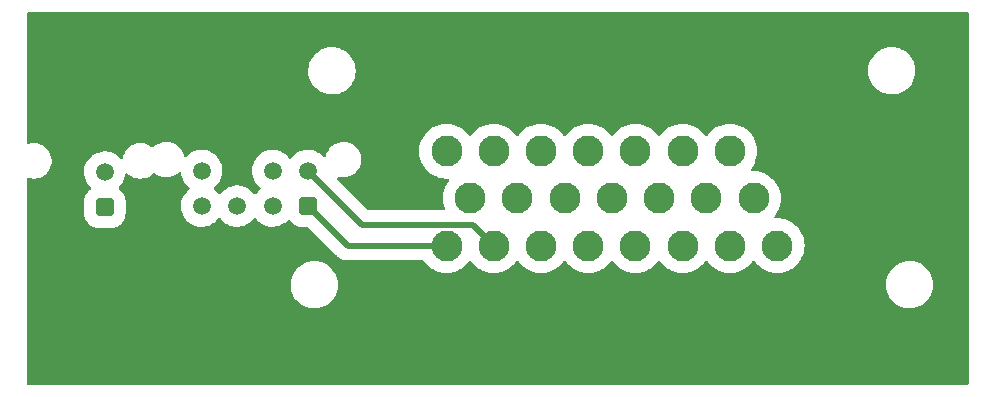
<source format=gbr>
%TF.GenerationSoftware,KiCad,Pcbnew,(6.0.1)*%
%TF.CreationDate,2022-06-01T15:25:36+03:00*%
%TF.ProjectId,Input Connector,496e7075-7420-4436-9f6e-6e6563746f72,rev?*%
%TF.SameCoordinates,Original*%
%TF.FileFunction,Copper,L2,Bot*%
%TF.FilePolarity,Positive*%
%FSLAX46Y46*%
G04 Gerber Fmt 4.6, Leading zero omitted, Abs format (unit mm)*
G04 Created by KiCad (PCBNEW (6.0.1)) date 2022-06-01 15:25:36*
%MOMM*%
%LPD*%
G01*
G04 APERTURE LIST*
G04 Aperture macros list*
%AMRoundRect*
0 Rectangle with rounded corners*
0 $1 Rounding radius*
0 $2 $3 $4 $5 $6 $7 $8 $9 X,Y pos of 4 corners*
0 Add a 4 corners polygon primitive as box body*
4,1,4,$2,$3,$4,$5,$6,$7,$8,$9,$2,$3,0*
0 Add four circle primitives for the rounded corners*
1,1,$1+$1,$2,$3*
1,1,$1+$1,$4,$5*
1,1,$1+$1,$6,$7*
1,1,$1+$1,$8,$9*
0 Add four rect primitives between the rounded corners*
20,1,$1+$1,$2,$3,$4,$5,0*
20,1,$1+$1,$4,$5,$6,$7,0*
20,1,$1+$1,$6,$7,$8,$9,0*
20,1,$1+$1,$8,$9,$2,$3,0*%
G04 Aperture macros list end*
%TA.AperFunction,ComponentPad*%
%ADD10RoundRect,0.250001X0.499999X0.499999X-0.499999X0.499999X-0.499999X-0.499999X0.499999X-0.499999X0*%
%TD*%
%TA.AperFunction,ComponentPad*%
%ADD11C,1.500000*%
%TD*%
%TA.AperFunction,ComponentPad*%
%ADD12R,2.625000X2.625000*%
%TD*%
%TA.AperFunction,ComponentPad*%
%ADD13C,2.625000*%
%TD*%
%TA.AperFunction,Conductor*%
%ADD14C,0.500000*%
%TD*%
G04 APERTURE END LIST*
D10*
%TO.P,J3,1,Pin_1*%
%TO.N,GNDD*%
X94996000Y-84836000D03*
D11*
%TO.P,J3,2,Pin_2*%
%TO.N,VDD*%
X91996000Y-84836000D03*
%TO.P,J3,3,Pin_3*%
%TO.N,GNDD*%
X94996000Y-81836000D03*
%TO.P,J3,4,Pin_4*%
%TO.N,VDD*%
X91996000Y-81836000D03*
%TD*%
D10*
%TO.P,J2,1,Pin_1*%
%TO.N,/Z*%
X112196000Y-84719000D03*
D11*
%TO.P,J2,2,Pin_2*%
%TO.N,/A*%
X109196000Y-84719000D03*
%TO.P,J2,3,Pin_3*%
%TO.N,GNDD*%
X106196000Y-84719000D03*
%TO.P,J2,4,Pin_4*%
%TO.N,/CANH*%
X103196000Y-84719000D03*
%TO.P,J2,5,Pin_5*%
%TO.N,/Y*%
X112196000Y-81719000D03*
%TO.P,J2,6,Pin_6*%
%TO.N,/B*%
X109196000Y-81719000D03*
%TO.P,J2,7,Pin_7*%
%TO.N,VDD*%
X106196000Y-81719000D03*
%TO.P,J2,8,Pin_8*%
%TO.N,/CANL*%
X103196000Y-81719000D03*
%TD*%
D12*
%TO.P,J1,1,1*%
%TO.N,VDD*%
X151922000Y-80074000D03*
D13*
%TO.P,J1,2,2*%
%TO.N,unconnected-(J1-Pad2)*%
X147922000Y-80074000D03*
%TO.P,J1,3,3*%
%TO.N,unconnected-(J1-Pad3)*%
X143922000Y-80074000D03*
%TO.P,J1,4,4*%
%TO.N,unconnected-(J1-Pad4)*%
X139922000Y-80074000D03*
%TO.P,J1,5,5*%
%TO.N,unconnected-(J1-Pad5)*%
X135922000Y-80074000D03*
%TO.P,J1,6,6*%
%TO.N,unconnected-(J1-Pad6)*%
X131922000Y-80074000D03*
%TO.P,J1,7,7*%
%TO.N,/CANH*%
X127922000Y-80074000D03*
%TO.P,J1,8,8*%
%TO.N,/CANL*%
X123922000Y-80074000D03*
%TO.P,J1,9,9*%
%TO.N,unconnected-(J1-Pad9)*%
X149922000Y-84074000D03*
%TO.P,J1,10,10*%
%TO.N,unconnected-(J1-Pad10)*%
X145922000Y-84074000D03*
%TO.P,J1,11,11*%
%TO.N,unconnected-(J1-Pad11)*%
X141922000Y-84074000D03*
%TO.P,J1,12,12*%
%TO.N,unconnected-(J1-Pad12)*%
X137922000Y-84074000D03*
%TO.P,J1,13,13*%
%TO.N,unconnected-(J1-Pad13)*%
X133922000Y-84074000D03*
%TO.P,J1,14,14*%
%TO.N,/A*%
X129922000Y-84074000D03*
%TO.P,J1,15,15*%
%TO.N,/B*%
X125922000Y-84074000D03*
%TO.P,J1,16,16*%
%TO.N,GNDD*%
X151922000Y-88074000D03*
%TO.P,J1,17,17*%
%TO.N,unconnected-(J1-Pad17)*%
X147922000Y-88074000D03*
%TO.P,J1,18,18*%
%TO.N,unconnected-(J1-Pad18)*%
X143922000Y-88074000D03*
%TO.P,J1,19,19*%
%TO.N,unconnected-(J1-Pad19)*%
X139922000Y-88074000D03*
%TO.P,J1,20,20*%
%TO.N,unconnected-(J1-Pad20)*%
X135922000Y-88074000D03*
%TO.P,J1,21,21*%
%TO.N,unconnected-(J1-Pad21)*%
X131922000Y-88074000D03*
%TO.P,J1,22,22*%
%TO.N,/Y*%
X127922000Y-88074000D03*
%TO.P,J1,23,23*%
%TO.N,/Z*%
X123922000Y-88074000D03*
%TD*%
D14*
%TO.N,/Y*%
X127922000Y-88074000D02*
X126159989Y-86311989D01*
X116788989Y-86311989D02*
X112196000Y-81719000D01*
X126159989Y-86311989D02*
X116788989Y-86311989D01*
%TO.N,/Z*%
X123922000Y-88074000D02*
X115551000Y-88074000D01*
X115551000Y-88074000D02*
X112196000Y-84719000D01*
%TD*%
%TA.AperFunction,Conductor*%
%TO.N,VDD*%
G36*
X168106121Y-68330002D02*
G01*
X168152614Y-68383658D01*
X168164000Y-68436000D01*
X168164000Y-99712000D01*
X168143998Y-99780121D01*
X168090342Y-99826614D01*
X168038000Y-99838000D01*
X88502000Y-99838000D01*
X88433879Y-99817998D01*
X88387386Y-99764342D01*
X88376000Y-99712000D01*
X88376000Y-91342497D01*
X110716637Y-91342497D01*
X110716881Y-91346932D01*
X110716881Y-91346936D01*
X110720105Y-91405503D01*
X110732205Y-91625370D01*
X110787474Y-91903226D01*
X110788950Y-91907429D01*
X110810181Y-91967885D01*
X110881342Y-92170524D01*
X110883395Y-92174477D01*
X110883398Y-92174483D01*
X110957360Y-92316865D01*
X111011936Y-92421928D01*
X111014519Y-92425543D01*
X111014523Y-92425549D01*
X111047176Y-92471242D01*
X111176651Y-92652424D01*
X111179729Y-92655651D01*
X111179731Y-92655653D01*
X111222355Y-92700334D01*
X111372199Y-92857412D01*
X111594680Y-93032801D01*
X111704927Y-93096837D01*
X111835807Y-93172859D01*
X111835813Y-93172862D01*
X111839654Y-93175093D01*
X112102232Y-93281448D01*
X112106545Y-93282519D01*
X112106550Y-93282521D01*
X112372856Y-93348672D01*
X112372861Y-93348673D01*
X112377177Y-93349745D01*
X112381605Y-93350199D01*
X112381607Y-93350199D01*
X112457307Y-93357955D01*
X112618790Y-93374500D01*
X112794170Y-93374500D01*
X113004593Y-93359601D01*
X113008948Y-93358663D01*
X113008951Y-93358663D01*
X113277200Y-93300911D01*
X113277202Y-93300911D01*
X113281547Y-93299975D01*
X113547337Y-93201920D01*
X113796660Y-93067393D01*
X114024540Y-92899078D01*
X114226430Y-92700334D01*
X114229131Y-92696794D01*
X114229137Y-92696788D01*
X114395602Y-92478667D01*
X114395605Y-92478663D01*
X114398304Y-92475126D01*
X114536730Y-92227947D01*
X114558946Y-92170524D01*
X114637341Y-91967885D01*
X114637343Y-91967879D01*
X114638948Y-91963730D01*
X114702918Y-91687747D01*
X114727363Y-91405503D01*
X114724140Y-91346936D01*
X114723896Y-91342497D01*
X161116637Y-91342497D01*
X161116881Y-91346932D01*
X161116881Y-91346936D01*
X161120105Y-91405503D01*
X161132205Y-91625370D01*
X161187474Y-91903226D01*
X161188950Y-91907429D01*
X161210181Y-91967885D01*
X161281342Y-92170524D01*
X161283395Y-92174477D01*
X161283398Y-92174483D01*
X161357360Y-92316865D01*
X161411936Y-92421928D01*
X161414519Y-92425543D01*
X161414523Y-92425549D01*
X161447176Y-92471242D01*
X161576651Y-92652424D01*
X161579729Y-92655651D01*
X161579731Y-92655653D01*
X161622355Y-92700334D01*
X161772199Y-92857412D01*
X161994680Y-93032801D01*
X162104927Y-93096837D01*
X162235807Y-93172859D01*
X162235813Y-93172862D01*
X162239654Y-93175093D01*
X162502232Y-93281448D01*
X162506545Y-93282519D01*
X162506550Y-93282521D01*
X162772856Y-93348672D01*
X162772861Y-93348673D01*
X162777177Y-93349745D01*
X162781605Y-93350199D01*
X162781607Y-93350199D01*
X162857307Y-93357955D01*
X163018790Y-93374500D01*
X163194170Y-93374500D01*
X163404593Y-93359601D01*
X163408948Y-93358663D01*
X163408951Y-93358663D01*
X163677200Y-93300911D01*
X163677202Y-93300911D01*
X163681547Y-93299975D01*
X163947337Y-93201920D01*
X164196660Y-93067393D01*
X164424540Y-92899078D01*
X164626430Y-92700334D01*
X164629131Y-92696794D01*
X164629137Y-92696788D01*
X164795602Y-92478667D01*
X164795605Y-92478663D01*
X164798304Y-92475126D01*
X164936730Y-92227947D01*
X164958946Y-92170524D01*
X165037341Y-91967885D01*
X165037343Y-91967879D01*
X165038948Y-91963730D01*
X165102918Y-91687747D01*
X165127363Y-91405503D01*
X165124140Y-91346936D01*
X165112040Y-91127073D01*
X165112039Y-91127066D01*
X165111795Y-91122630D01*
X165056526Y-90844774D01*
X165035279Y-90784270D01*
X164964136Y-90581684D01*
X164964135Y-90581681D01*
X164962658Y-90577476D01*
X164960605Y-90573523D01*
X164960602Y-90573517D01*
X164855991Y-90372133D01*
X164832064Y-90326072D01*
X164829481Y-90322457D01*
X164829477Y-90322451D01*
X164749858Y-90211037D01*
X164667349Y-90095576D01*
X164625028Y-90051212D01*
X164474876Y-89893811D01*
X164474873Y-89893808D01*
X164471801Y-89890588D01*
X164249320Y-89715199D01*
X164139073Y-89651163D01*
X164008193Y-89575141D01*
X164008187Y-89575138D01*
X164004346Y-89572907D01*
X163795180Y-89488186D01*
X163745894Y-89468223D01*
X163745891Y-89468222D01*
X163741768Y-89466552D01*
X163737455Y-89465481D01*
X163737450Y-89465479D01*
X163471144Y-89399328D01*
X163471139Y-89399327D01*
X163466823Y-89398255D01*
X163462395Y-89397801D01*
X163462393Y-89397801D01*
X163367552Y-89388084D01*
X163225210Y-89373500D01*
X163049830Y-89373500D01*
X162839407Y-89388399D01*
X162835052Y-89389337D01*
X162835049Y-89389337D01*
X162566800Y-89447089D01*
X162566798Y-89447089D01*
X162562453Y-89448025D01*
X162296663Y-89546080D01*
X162047340Y-89680607D01*
X161819460Y-89848922D01*
X161617570Y-90047666D01*
X161614869Y-90051206D01*
X161614863Y-90051212D01*
X161578237Y-90099204D01*
X161445696Y-90272874D01*
X161443521Y-90276758D01*
X161379155Y-90391693D01*
X161307270Y-90520053D01*
X161305662Y-90524211D01*
X161305659Y-90524216D01*
X161206659Y-90780115D01*
X161205052Y-90784270D01*
X161141082Y-91060253D01*
X161116637Y-91342497D01*
X114723896Y-91342497D01*
X114712040Y-91127073D01*
X114712039Y-91127066D01*
X114711795Y-91122630D01*
X114656526Y-90844774D01*
X114635279Y-90784270D01*
X114564136Y-90581684D01*
X114564135Y-90581681D01*
X114562658Y-90577476D01*
X114560605Y-90573523D01*
X114560602Y-90573517D01*
X114455991Y-90372133D01*
X114432064Y-90326072D01*
X114429481Y-90322457D01*
X114429477Y-90322451D01*
X114349858Y-90211037D01*
X114267349Y-90095576D01*
X114225028Y-90051212D01*
X114074876Y-89893811D01*
X114074873Y-89893808D01*
X114071801Y-89890588D01*
X113849320Y-89715199D01*
X113739073Y-89651163D01*
X113608193Y-89575141D01*
X113608187Y-89575138D01*
X113604346Y-89572907D01*
X113395180Y-89488186D01*
X113345894Y-89468223D01*
X113345891Y-89468222D01*
X113341768Y-89466552D01*
X113337455Y-89465481D01*
X113337450Y-89465479D01*
X113071144Y-89399328D01*
X113071139Y-89399327D01*
X113066823Y-89398255D01*
X113062395Y-89397801D01*
X113062393Y-89397801D01*
X112967552Y-89388084D01*
X112825210Y-89373500D01*
X112649830Y-89373500D01*
X112439407Y-89388399D01*
X112435052Y-89389337D01*
X112435049Y-89389337D01*
X112166800Y-89447089D01*
X112166798Y-89447089D01*
X112162453Y-89448025D01*
X111896663Y-89546080D01*
X111647340Y-89680607D01*
X111419460Y-89848922D01*
X111217570Y-90047666D01*
X111214869Y-90051206D01*
X111214863Y-90051212D01*
X111178237Y-90099204D01*
X111045696Y-90272874D01*
X111043521Y-90276758D01*
X110979155Y-90391693D01*
X110907270Y-90520053D01*
X110905662Y-90524211D01*
X110905659Y-90524216D01*
X110806659Y-90780115D01*
X110805052Y-90784270D01*
X110741082Y-91060253D01*
X110716637Y-91342497D01*
X88376000Y-91342497D01*
X88376000Y-82446972D01*
X88396002Y-82378851D01*
X88449658Y-82332358D01*
X88519932Y-82322254D01*
X88535672Y-82325555D01*
X88663668Y-82361051D01*
X88713871Y-82374974D01*
X88719008Y-82375523D01*
X88911957Y-82396144D01*
X88911965Y-82396144D01*
X88915292Y-82396500D01*
X89058554Y-82396500D01*
X89061127Y-82396288D01*
X89061138Y-82396288D01*
X89236760Y-82381849D01*
X89236766Y-82381848D01*
X89241911Y-82381425D01*
X89481217Y-82321316D01*
X89707493Y-82222928D01*
X89914661Y-82088905D01*
X89922893Y-82081415D01*
X90035857Y-81978625D01*
X90097158Y-81922846D01*
X90100357Y-81918795D01*
X90100361Y-81918791D01*
X90202035Y-81790049D01*
X93241194Y-81790049D01*
X93241418Y-81794715D01*
X93241418Y-81794720D01*
X93243315Y-81834214D01*
X93253677Y-82049930D01*
X93304435Y-82305112D01*
X93392355Y-82549989D01*
X93515504Y-82779180D01*
X93518299Y-82782923D01*
X93518301Y-82782926D01*
X93668385Y-82983913D01*
X93668390Y-82983919D01*
X93671177Y-82987651D01*
X93674486Y-82990931D01*
X93674491Y-82990937D01*
X93734612Y-83050535D01*
X93789343Y-83104790D01*
X93800081Y-83115435D01*
X93834377Y-83177598D01*
X93829622Y-83248435D01*
X93783285Y-83308383D01*
X93711899Y-83357998D01*
X93690626Y-83372783D01*
X93532783Y-83530626D01*
X93529582Y-83535232D01*
X93529580Y-83535234D01*
X93415322Y-83699629D01*
X93405386Y-83713925D01*
X93312463Y-83916888D01*
X93256949Y-84133099D01*
X93251733Y-84197233D01*
X93245708Y-84271311D01*
X93245500Y-84273863D01*
X93245501Y-85398136D01*
X93256949Y-85538901D01*
X93258283Y-85544097D01*
X93258284Y-85544102D01*
X93277633Y-85619460D01*
X93312463Y-85755112D01*
X93314799Y-85760215D01*
X93314800Y-85760217D01*
X93321364Y-85774553D01*
X93405386Y-85958075D01*
X93408586Y-85962679D01*
X93408587Y-85962681D01*
X93448263Y-86019766D01*
X93532783Y-86141374D01*
X93690626Y-86299217D01*
X93695232Y-86302418D01*
X93695234Y-86302420D01*
X93857885Y-86415466D01*
X93873925Y-86426614D01*
X93975982Y-86473339D01*
X94071783Y-86517200D01*
X94071785Y-86517201D01*
X94076888Y-86519537D01*
X94293099Y-86575051D01*
X94357233Y-86580267D01*
X94431312Y-86586293D01*
X94431324Y-86586293D01*
X94433863Y-86586500D01*
X94995780Y-86586500D01*
X95558136Y-86586499D01*
X95698901Y-86575051D01*
X95704097Y-86573717D01*
X95704102Y-86573716D01*
X95909671Y-86520934D01*
X95915112Y-86519537D01*
X95920215Y-86517201D01*
X95920217Y-86517200D01*
X96016018Y-86473339D01*
X96118075Y-86426614D01*
X96134115Y-86415466D01*
X96296766Y-86302420D01*
X96296768Y-86302418D01*
X96301374Y-86299217D01*
X96459217Y-86141374D01*
X96543738Y-86019766D01*
X96583413Y-85962681D01*
X96583414Y-85962679D01*
X96586614Y-85958075D01*
X96670636Y-85774553D01*
X96677200Y-85760217D01*
X96677201Y-85760215D01*
X96679537Y-85755112D01*
X96735051Y-85538901D01*
X96743330Y-85437113D01*
X96746293Y-85400688D01*
X96746293Y-85400676D01*
X96746500Y-85398137D01*
X96746499Y-84273864D01*
X96735051Y-84133099D01*
X96679537Y-83916888D01*
X96586614Y-83713925D01*
X96576678Y-83699629D01*
X96462420Y-83535234D01*
X96462418Y-83535232D01*
X96459217Y-83530626D01*
X96301374Y-83372783D01*
X96280102Y-83357998D01*
X96210204Y-83309418D01*
X96165682Y-83254116D01*
X96158127Y-83183522D01*
X96189936Y-83120050D01*
X96200702Y-83109786D01*
X96219964Y-83093479D01*
X96226382Y-83088046D01*
X96397931Y-82892431D01*
X96411941Y-82870651D01*
X96536155Y-82677538D01*
X96538683Y-82673608D01*
X96645544Y-82436385D01*
X96658072Y-82391963D01*
X96714898Y-82190476D01*
X96714899Y-82190473D01*
X96716168Y-82185972D01*
X96728516Y-82088905D01*
X96734270Y-82043677D01*
X96762709Y-81978625D01*
X96821803Y-81939275D01*
X96892790Y-81938121D01*
X96946314Y-81968484D01*
X96956926Y-81978625D01*
X97048468Y-82066104D01*
X97052740Y-82069018D01*
X97052741Y-82069019D01*
X97080785Y-82088149D01*
X97252300Y-82205149D01*
X97322542Y-82237754D01*
X97471409Y-82306856D01*
X97471413Y-82306857D01*
X97476104Y-82309035D01*
X97713871Y-82374974D01*
X97719008Y-82375523D01*
X97911957Y-82396144D01*
X97911965Y-82396144D01*
X97915292Y-82396500D01*
X98058554Y-82396500D01*
X98061127Y-82396288D01*
X98061138Y-82396288D01*
X98236760Y-82381849D01*
X98236766Y-82381848D01*
X98241911Y-82381425D01*
X98481217Y-82321316D01*
X98707493Y-82222928D01*
X98914661Y-82088905D01*
X98922893Y-82081415D01*
X99073687Y-81944203D01*
X99137533Y-81913151D01*
X99208031Y-81921547D01*
X99240265Y-81942824D01*
X99240709Y-81942276D01*
X99244731Y-81945533D01*
X99248468Y-81949104D01*
X99252740Y-81952018D01*
X99252741Y-81952019D01*
X99276878Y-81968484D01*
X99452300Y-82088149D01*
X99564202Y-82140092D01*
X99671409Y-82189856D01*
X99671413Y-82189857D01*
X99676104Y-82192035D01*
X99913871Y-82257974D01*
X99919008Y-82258523D01*
X100111957Y-82279144D01*
X100111965Y-82279144D01*
X100115292Y-82279500D01*
X100258554Y-82279500D01*
X100261127Y-82279288D01*
X100261138Y-82279288D01*
X100436760Y-82264849D01*
X100436766Y-82264848D01*
X100441911Y-82264425D01*
X100681217Y-82204316D01*
X100907493Y-82105928D01*
X101114661Y-81971905D01*
X101118488Y-81968423D01*
X101244053Y-81854168D01*
X101307899Y-81823116D01*
X101378397Y-81831512D01*
X101433165Y-81876689D01*
X101453592Y-81931151D01*
X101453677Y-81932930D01*
X101454589Y-81937513D01*
X101454589Y-81937516D01*
X101480262Y-82066585D01*
X101504435Y-82188112D01*
X101592355Y-82432989D01*
X101715504Y-82662180D01*
X101718299Y-82665923D01*
X101718301Y-82665926D01*
X101868385Y-82866913D01*
X101868390Y-82866919D01*
X101871177Y-82870651D01*
X101874486Y-82873931D01*
X101874491Y-82873937D01*
X102013859Y-83012094D01*
X102055954Y-83053823D01*
X102059716Y-83056581D01*
X102059719Y-83056584D01*
X102139413Y-83115018D01*
X102182521Y-83171429D01*
X102188288Y-83242191D01*
X102154882Y-83304838D01*
X102133993Y-83322002D01*
X102127375Y-83326341D01*
X102078930Y-83369580D01*
X101957325Y-83478117D01*
X101933265Y-83499591D01*
X101766895Y-83699629D01*
X101631920Y-83922061D01*
X101630111Y-83926375D01*
X101630110Y-83926377D01*
X101541180Y-84138452D01*
X101531305Y-84162001D01*
X101467261Y-84414177D01*
X101441194Y-84673049D01*
X101453677Y-84932930D01*
X101504435Y-85188112D01*
X101592355Y-85432989D01*
X101715504Y-85662180D01*
X101718299Y-85665923D01*
X101718301Y-85665926D01*
X101868385Y-85866913D01*
X101868390Y-85866919D01*
X101871177Y-85870651D01*
X101874486Y-85873931D01*
X101874491Y-85873937D01*
X102052637Y-86050535D01*
X102055954Y-86053823D01*
X102059716Y-86056581D01*
X102059719Y-86056584D01*
X102175694Y-86141620D01*
X102265775Y-86207670D01*
X102269910Y-86209846D01*
X102269914Y-86209848D01*
X102395774Y-86276066D01*
X102496033Y-86328815D01*
X102620077Y-86372133D01*
X102712121Y-86404276D01*
X102741667Y-86414594D01*
X102746260Y-86415466D01*
X102992693Y-86462253D01*
X102992696Y-86462253D01*
X102997282Y-86463124D01*
X103127272Y-86468231D01*
X103252595Y-86473156D01*
X103252601Y-86473156D01*
X103257263Y-86473339D01*
X103358489Y-86462253D01*
X103511245Y-86445524D01*
X103511250Y-86445523D01*
X103515898Y-86445014D01*
X103520422Y-86443823D01*
X103762982Y-86379962D01*
X103762984Y-86379961D01*
X103767505Y-86378771D01*
X103771802Y-86376925D01*
X104002263Y-86277911D01*
X104002265Y-86277910D01*
X104006557Y-86276066D01*
X104134180Y-86197091D01*
X104223820Y-86141620D01*
X104223822Y-86141618D01*
X104227803Y-86139155D01*
X104310817Y-86068879D01*
X104422809Y-85974071D01*
X104422811Y-85974069D01*
X104426382Y-85971046D01*
X104597931Y-85775431D01*
X104598805Y-85774072D01*
X104655128Y-85732187D01*
X104725960Y-85727346D01*
X104788164Y-85761568D01*
X104799745Y-85774992D01*
X104868385Y-85866913D01*
X104868390Y-85866919D01*
X104871177Y-85870651D01*
X104874486Y-85873931D01*
X104874491Y-85873937D01*
X105052637Y-86050535D01*
X105055954Y-86053823D01*
X105059716Y-86056581D01*
X105059719Y-86056584D01*
X105175694Y-86141620D01*
X105265775Y-86207670D01*
X105269910Y-86209846D01*
X105269914Y-86209848D01*
X105395774Y-86276066D01*
X105496033Y-86328815D01*
X105620077Y-86372133D01*
X105712121Y-86404276D01*
X105741667Y-86414594D01*
X105746260Y-86415466D01*
X105992693Y-86462253D01*
X105992696Y-86462253D01*
X105997282Y-86463124D01*
X106127272Y-86468231D01*
X106252595Y-86473156D01*
X106252601Y-86473156D01*
X106257263Y-86473339D01*
X106358489Y-86462253D01*
X106511245Y-86445524D01*
X106511250Y-86445523D01*
X106515898Y-86445014D01*
X106520422Y-86443823D01*
X106762982Y-86379962D01*
X106762984Y-86379961D01*
X106767505Y-86378771D01*
X106771802Y-86376925D01*
X107002263Y-86277911D01*
X107002265Y-86277910D01*
X107006557Y-86276066D01*
X107134180Y-86197091D01*
X107223820Y-86141620D01*
X107223822Y-86141618D01*
X107227803Y-86139155D01*
X107310817Y-86068879D01*
X107422809Y-85974071D01*
X107422811Y-85974069D01*
X107426382Y-85971046D01*
X107597931Y-85775431D01*
X107598805Y-85774072D01*
X107655128Y-85732187D01*
X107725960Y-85727346D01*
X107788164Y-85761568D01*
X107799745Y-85774992D01*
X107868385Y-85866913D01*
X107868390Y-85866919D01*
X107871177Y-85870651D01*
X107874486Y-85873931D01*
X107874491Y-85873937D01*
X108052637Y-86050535D01*
X108055954Y-86053823D01*
X108059716Y-86056581D01*
X108059719Y-86056584D01*
X108175694Y-86141620D01*
X108265775Y-86207670D01*
X108269910Y-86209846D01*
X108269914Y-86209848D01*
X108395774Y-86276066D01*
X108496033Y-86328815D01*
X108620077Y-86372133D01*
X108712121Y-86404276D01*
X108741667Y-86414594D01*
X108746260Y-86415466D01*
X108992693Y-86462253D01*
X108992696Y-86462253D01*
X108997282Y-86463124D01*
X109127272Y-86468231D01*
X109252595Y-86473156D01*
X109252601Y-86473156D01*
X109257263Y-86473339D01*
X109358489Y-86462253D01*
X109511245Y-86445524D01*
X109511250Y-86445523D01*
X109515898Y-86445014D01*
X109520422Y-86443823D01*
X109762982Y-86379962D01*
X109762984Y-86379961D01*
X109767505Y-86378771D01*
X109771802Y-86376925D01*
X110002263Y-86277911D01*
X110002265Y-86277910D01*
X110006557Y-86276066D01*
X110134180Y-86197091D01*
X110223820Y-86141620D01*
X110223822Y-86141618D01*
X110227803Y-86139155D01*
X110310817Y-86068879D01*
X110422809Y-85974071D01*
X110422811Y-85974069D01*
X110426382Y-85971046D01*
X110470399Y-85920854D01*
X110530352Y-85882826D01*
X110601348Y-85883248D01*
X110660845Y-85921986D01*
X110668592Y-85932015D01*
X110732783Y-86024374D01*
X110890626Y-86182217D01*
X110895232Y-86185418D01*
X110895234Y-86185420D01*
X111063574Y-86302420D01*
X111073925Y-86309614D01*
X111200981Y-86367784D01*
X111271783Y-86400200D01*
X111271785Y-86400201D01*
X111276888Y-86402537D01*
X111493099Y-86458051D01*
X111555471Y-86463124D01*
X111631312Y-86469293D01*
X111631324Y-86469293D01*
X111633863Y-86469500D01*
X112125836Y-86469500D01*
X112193957Y-86489502D01*
X112214931Y-86506405D01*
X114602510Y-88893984D01*
X114613377Y-88906374D01*
X114626790Y-88923854D01*
X114663361Y-88957131D01*
X114686676Y-88978346D01*
X114690971Y-88982445D01*
X114706807Y-88998281D01*
X114708960Y-89000081D01*
X114708962Y-89000083D01*
X114726702Y-89014916D01*
X114730669Y-89018376D01*
X114791893Y-89074086D01*
X114806948Y-89083530D01*
X114820806Y-89093599D01*
X114834438Y-89104997D01*
X114839314Y-89107778D01*
X114906337Y-89146008D01*
X114910843Y-89148704D01*
X114980990Y-89192707D01*
X114997479Y-89199335D01*
X115012909Y-89206795D01*
X115028337Y-89215595D01*
X115077433Y-89232981D01*
X115106366Y-89243227D01*
X115111302Y-89245092D01*
X115188105Y-89275966D01*
X115193599Y-89277104D01*
X115193603Y-89277105D01*
X115205497Y-89279568D01*
X115222008Y-89284178D01*
X115233467Y-89288236D01*
X115233470Y-89288237D01*
X115238757Y-89290109D01*
X115279000Y-89296699D01*
X115320464Y-89303489D01*
X115325654Y-89304451D01*
X115402169Y-89320297D01*
X115402173Y-89320297D01*
X115406690Y-89321233D01*
X115411299Y-89321499D01*
X115411301Y-89321499D01*
X115434253Y-89322822D01*
X115447366Y-89324270D01*
X115459046Y-89326183D01*
X115464664Y-89326095D01*
X115464667Y-89326095D01*
X115565168Y-89324516D01*
X115567147Y-89324500D01*
X121908388Y-89324500D01*
X121976509Y-89344502D01*
X122013152Y-89380497D01*
X122083036Y-89485086D01*
X122085750Y-89488180D01*
X122085754Y-89488186D01*
X122160053Y-89572907D01*
X122282953Y-89713047D01*
X122286042Y-89715756D01*
X122507814Y-89910246D01*
X122507820Y-89910250D01*
X122510914Y-89912964D01*
X122514340Y-89915253D01*
X122514345Y-89915257D01*
X122704755Y-90042485D01*
X122763018Y-90081415D01*
X122766717Y-90083239D01*
X122766722Y-90083242D01*
X122906366Y-90152106D01*
X123034954Y-90215519D01*
X123038859Y-90216844D01*
X123038860Y-90216845D01*
X123318154Y-90311652D01*
X123318158Y-90311653D01*
X123322067Y-90312980D01*
X123326111Y-90313784D01*
X123326117Y-90313786D01*
X123615406Y-90371330D01*
X123615412Y-90371331D01*
X123619445Y-90372133D01*
X123623550Y-90372402D01*
X123623557Y-90372403D01*
X123917880Y-90391693D01*
X123922000Y-90391963D01*
X123926120Y-90391693D01*
X124220443Y-90372403D01*
X124220450Y-90372402D01*
X124224555Y-90372133D01*
X124228588Y-90371331D01*
X124228594Y-90371330D01*
X124517883Y-90313786D01*
X124517889Y-90313784D01*
X124521933Y-90312980D01*
X124525842Y-90311653D01*
X124525846Y-90311652D01*
X124805140Y-90216845D01*
X124805141Y-90216844D01*
X124809046Y-90215519D01*
X124937634Y-90152106D01*
X125077278Y-90083242D01*
X125077283Y-90083239D01*
X125080982Y-90081415D01*
X125139245Y-90042485D01*
X125329655Y-89915257D01*
X125329660Y-89915253D01*
X125333086Y-89912964D01*
X125336180Y-89910250D01*
X125336186Y-89910246D01*
X125557958Y-89715756D01*
X125561047Y-89713047D01*
X125683947Y-89572907D01*
X125758246Y-89488186D01*
X125758250Y-89488180D01*
X125760964Y-89485086D01*
X125817235Y-89400870D01*
X125871711Y-89355343D01*
X125942155Y-89346494D01*
X126006199Y-89377135D01*
X126026764Y-89400869D01*
X126083036Y-89485086D01*
X126085750Y-89488180D01*
X126085754Y-89488186D01*
X126160053Y-89572907D01*
X126282953Y-89713047D01*
X126286042Y-89715756D01*
X126507814Y-89910246D01*
X126507820Y-89910250D01*
X126510914Y-89912964D01*
X126514340Y-89915253D01*
X126514345Y-89915257D01*
X126704755Y-90042485D01*
X126763018Y-90081415D01*
X126766717Y-90083239D01*
X126766722Y-90083242D01*
X126906366Y-90152106D01*
X127034954Y-90215519D01*
X127038859Y-90216844D01*
X127038860Y-90216845D01*
X127318154Y-90311652D01*
X127318158Y-90311653D01*
X127322067Y-90312980D01*
X127326111Y-90313784D01*
X127326117Y-90313786D01*
X127615406Y-90371330D01*
X127615412Y-90371331D01*
X127619445Y-90372133D01*
X127623550Y-90372402D01*
X127623557Y-90372403D01*
X127917880Y-90391693D01*
X127922000Y-90391963D01*
X127926120Y-90391693D01*
X128220443Y-90372403D01*
X128220450Y-90372402D01*
X128224555Y-90372133D01*
X128228588Y-90371331D01*
X128228594Y-90371330D01*
X128517883Y-90313786D01*
X128517889Y-90313784D01*
X128521933Y-90312980D01*
X128525842Y-90311653D01*
X128525846Y-90311652D01*
X128805140Y-90216845D01*
X128805141Y-90216844D01*
X128809046Y-90215519D01*
X128937634Y-90152106D01*
X129077278Y-90083242D01*
X129077283Y-90083239D01*
X129080982Y-90081415D01*
X129139245Y-90042485D01*
X129329655Y-89915257D01*
X129329660Y-89915253D01*
X129333086Y-89912964D01*
X129336180Y-89910250D01*
X129336186Y-89910246D01*
X129557958Y-89715756D01*
X129561047Y-89713047D01*
X129683947Y-89572907D01*
X129758246Y-89488186D01*
X129758250Y-89488180D01*
X129760964Y-89485086D01*
X129817235Y-89400870D01*
X129871711Y-89355343D01*
X129942155Y-89346494D01*
X130006199Y-89377135D01*
X130026764Y-89400869D01*
X130083036Y-89485086D01*
X130085750Y-89488180D01*
X130085754Y-89488186D01*
X130160053Y-89572907D01*
X130282953Y-89713047D01*
X130286042Y-89715756D01*
X130507814Y-89910246D01*
X130507820Y-89910250D01*
X130510914Y-89912964D01*
X130514340Y-89915253D01*
X130514345Y-89915257D01*
X130704755Y-90042485D01*
X130763018Y-90081415D01*
X130766717Y-90083239D01*
X130766722Y-90083242D01*
X130906366Y-90152106D01*
X131034954Y-90215519D01*
X131038859Y-90216844D01*
X131038860Y-90216845D01*
X131318154Y-90311652D01*
X131318158Y-90311653D01*
X131322067Y-90312980D01*
X131326111Y-90313784D01*
X131326117Y-90313786D01*
X131615406Y-90371330D01*
X131615412Y-90371331D01*
X131619445Y-90372133D01*
X131623550Y-90372402D01*
X131623557Y-90372403D01*
X131917880Y-90391693D01*
X131922000Y-90391963D01*
X131926120Y-90391693D01*
X132220443Y-90372403D01*
X132220450Y-90372402D01*
X132224555Y-90372133D01*
X132228588Y-90371331D01*
X132228594Y-90371330D01*
X132517883Y-90313786D01*
X132517889Y-90313784D01*
X132521933Y-90312980D01*
X132525842Y-90311653D01*
X132525846Y-90311652D01*
X132805140Y-90216845D01*
X132805141Y-90216844D01*
X132809046Y-90215519D01*
X132937634Y-90152106D01*
X133077278Y-90083242D01*
X133077283Y-90083239D01*
X133080982Y-90081415D01*
X133139245Y-90042485D01*
X133329655Y-89915257D01*
X133329660Y-89915253D01*
X133333086Y-89912964D01*
X133336180Y-89910250D01*
X133336186Y-89910246D01*
X133557958Y-89715756D01*
X133561047Y-89713047D01*
X133683947Y-89572907D01*
X133758246Y-89488186D01*
X133758250Y-89488180D01*
X133760964Y-89485086D01*
X133817235Y-89400870D01*
X133871711Y-89355343D01*
X133942155Y-89346494D01*
X134006199Y-89377135D01*
X134026764Y-89400869D01*
X134083036Y-89485086D01*
X134085750Y-89488180D01*
X134085754Y-89488186D01*
X134160053Y-89572907D01*
X134282953Y-89713047D01*
X134286042Y-89715756D01*
X134507814Y-89910246D01*
X134507820Y-89910250D01*
X134510914Y-89912964D01*
X134514340Y-89915253D01*
X134514345Y-89915257D01*
X134704755Y-90042485D01*
X134763018Y-90081415D01*
X134766717Y-90083239D01*
X134766722Y-90083242D01*
X134906366Y-90152106D01*
X135034954Y-90215519D01*
X135038859Y-90216844D01*
X135038860Y-90216845D01*
X135318154Y-90311652D01*
X135318158Y-90311653D01*
X135322067Y-90312980D01*
X135326111Y-90313784D01*
X135326117Y-90313786D01*
X135615406Y-90371330D01*
X135615412Y-90371331D01*
X135619445Y-90372133D01*
X135623550Y-90372402D01*
X135623557Y-90372403D01*
X135917880Y-90391693D01*
X135922000Y-90391963D01*
X135926120Y-90391693D01*
X136220443Y-90372403D01*
X136220450Y-90372402D01*
X136224555Y-90372133D01*
X136228588Y-90371331D01*
X136228594Y-90371330D01*
X136517883Y-90313786D01*
X136517889Y-90313784D01*
X136521933Y-90312980D01*
X136525842Y-90311653D01*
X136525846Y-90311652D01*
X136805140Y-90216845D01*
X136805141Y-90216844D01*
X136809046Y-90215519D01*
X136937634Y-90152106D01*
X137077278Y-90083242D01*
X137077283Y-90083239D01*
X137080982Y-90081415D01*
X137139245Y-90042485D01*
X137329655Y-89915257D01*
X137329660Y-89915253D01*
X137333086Y-89912964D01*
X137336180Y-89910250D01*
X137336186Y-89910246D01*
X137557958Y-89715756D01*
X137561047Y-89713047D01*
X137683947Y-89572907D01*
X137758246Y-89488186D01*
X137758250Y-89488180D01*
X137760964Y-89485086D01*
X137817235Y-89400870D01*
X137871711Y-89355343D01*
X137942155Y-89346494D01*
X138006199Y-89377135D01*
X138026764Y-89400869D01*
X138083036Y-89485086D01*
X138085750Y-89488180D01*
X138085754Y-89488186D01*
X138160053Y-89572907D01*
X138282953Y-89713047D01*
X138286042Y-89715756D01*
X138507814Y-89910246D01*
X138507820Y-89910250D01*
X138510914Y-89912964D01*
X138514340Y-89915253D01*
X138514345Y-89915257D01*
X138704755Y-90042485D01*
X138763018Y-90081415D01*
X138766717Y-90083239D01*
X138766722Y-90083242D01*
X138906366Y-90152106D01*
X139034954Y-90215519D01*
X139038859Y-90216844D01*
X139038860Y-90216845D01*
X139318154Y-90311652D01*
X139318158Y-90311653D01*
X139322067Y-90312980D01*
X139326111Y-90313784D01*
X139326117Y-90313786D01*
X139615406Y-90371330D01*
X139615412Y-90371331D01*
X139619445Y-90372133D01*
X139623550Y-90372402D01*
X139623557Y-90372403D01*
X139917880Y-90391693D01*
X139922000Y-90391963D01*
X139926120Y-90391693D01*
X140220443Y-90372403D01*
X140220450Y-90372402D01*
X140224555Y-90372133D01*
X140228588Y-90371331D01*
X140228594Y-90371330D01*
X140517883Y-90313786D01*
X140517889Y-90313784D01*
X140521933Y-90312980D01*
X140525842Y-90311653D01*
X140525846Y-90311652D01*
X140805140Y-90216845D01*
X140805141Y-90216844D01*
X140809046Y-90215519D01*
X140937634Y-90152106D01*
X141077278Y-90083242D01*
X141077283Y-90083239D01*
X141080982Y-90081415D01*
X141139245Y-90042485D01*
X141329655Y-89915257D01*
X141329660Y-89915253D01*
X141333086Y-89912964D01*
X141336180Y-89910250D01*
X141336186Y-89910246D01*
X141557958Y-89715756D01*
X141561047Y-89713047D01*
X141683947Y-89572907D01*
X141758246Y-89488186D01*
X141758250Y-89488180D01*
X141760964Y-89485086D01*
X141817235Y-89400870D01*
X141871711Y-89355343D01*
X141942155Y-89346494D01*
X142006199Y-89377135D01*
X142026764Y-89400869D01*
X142083036Y-89485086D01*
X142085750Y-89488180D01*
X142085754Y-89488186D01*
X142160053Y-89572907D01*
X142282953Y-89713047D01*
X142286042Y-89715756D01*
X142507814Y-89910246D01*
X142507820Y-89910250D01*
X142510914Y-89912964D01*
X142514340Y-89915253D01*
X142514345Y-89915257D01*
X142704755Y-90042485D01*
X142763018Y-90081415D01*
X142766717Y-90083239D01*
X142766722Y-90083242D01*
X142906366Y-90152106D01*
X143034954Y-90215519D01*
X143038859Y-90216844D01*
X143038860Y-90216845D01*
X143318154Y-90311652D01*
X143318158Y-90311653D01*
X143322067Y-90312980D01*
X143326111Y-90313784D01*
X143326117Y-90313786D01*
X143615406Y-90371330D01*
X143615412Y-90371331D01*
X143619445Y-90372133D01*
X143623550Y-90372402D01*
X143623557Y-90372403D01*
X143917880Y-90391693D01*
X143922000Y-90391963D01*
X143926120Y-90391693D01*
X144220443Y-90372403D01*
X144220450Y-90372402D01*
X144224555Y-90372133D01*
X144228588Y-90371331D01*
X144228594Y-90371330D01*
X144517883Y-90313786D01*
X144517889Y-90313784D01*
X144521933Y-90312980D01*
X144525842Y-90311653D01*
X144525846Y-90311652D01*
X144805140Y-90216845D01*
X144805141Y-90216844D01*
X144809046Y-90215519D01*
X144937634Y-90152106D01*
X145077278Y-90083242D01*
X145077283Y-90083239D01*
X145080982Y-90081415D01*
X145139245Y-90042485D01*
X145329655Y-89915257D01*
X145329660Y-89915253D01*
X145333086Y-89912964D01*
X145336180Y-89910250D01*
X145336186Y-89910246D01*
X145557958Y-89715756D01*
X145561047Y-89713047D01*
X145683947Y-89572907D01*
X145758246Y-89488186D01*
X145758250Y-89488180D01*
X145760964Y-89485086D01*
X145817235Y-89400870D01*
X145871711Y-89355343D01*
X145942155Y-89346494D01*
X146006199Y-89377135D01*
X146026764Y-89400869D01*
X146083036Y-89485086D01*
X146085750Y-89488180D01*
X146085754Y-89488186D01*
X146160053Y-89572907D01*
X146282953Y-89713047D01*
X146286042Y-89715756D01*
X146507814Y-89910246D01*
X146507820Y-89910250D01*
X146510914Y-89912964D01*
X146514340Y-89915253D01*
X146514345Y-89915257D01*
X146704755Y-90042485D01*
X146763018Y-90081415D01*
X146766717Y-90083239D01*
X146766722Y-90083242D01*
X146906366Y-90152106D01*
X147034954Y-90215519D01*
X147038859Y-90216844D01*
X147038860Y-90216845D01*
X147318154Y-90311652D01*
X147318158Y-90311653D01*
X147322067Y-90312980D01*
X147326111Y-90313784D01*
X147326117Y-90313786D01*
X147615406Y-90371330D01*
X147615412Y-90371331D01*
X147619445Y-90372133D01*
X147623550Y-90372402D01*
X147623557Y-90372403D01*
X147917880Y-90391693D01*
X147922000Y-90391963D01*
X147926120Y-90391693D01*
X148220443Y-90372403D01*
X148220450Y-90372402D01*
X148224555Y-90372133D01*
X148228588Y-90371331D01*
X148228594Y-90371330D01*
X148517883Y-90313786D01*
X148517889Y-90313784D01*
X148521933Y-90312980D01*
X148525842Y-90311653D01*
X148525846Y-90311652D01*
X148805140Y-90216845D01*
X148805141Y-90216844D01*
X148809046Y-90215519D01*
X148937634Y-90152106D01*
X149077278Y-90083242D01*
X149077283Y-90083239D01*
X149080982Y-90081415D01*
X149139245Y-90042485D01*
X149329655Y-89915257D01*
X149329660Y-89915253D01*
X149333086Y-89912964D01*
X149336180Y-89910250D01*
X149336186Y-89910246D01*
X149557958Y-89715756D01*
X149561047Y-89713047D01*
X149683947Y-89572907D01*
X149758246Y-89488186D01*
X149758250Y-89488180D01*
X149760964Y-89485086D01*
X149817235Y-89400870D01*
X149871711Y-89355343D01*
X149942155Y-89346494D01*
X150006199Y-89377135D01*
X150026764Y-89400869D01*
X150083036Y-89485086D01*
X150085750Y-89488180D01*
X150085754Y-89488186D01*
X150160053Y-89572907D01*
X150282953Y-89713047D01*
X150286042Y-89715756D01*
X150507814Y-89910246D01*
X150507820Y-89910250D01*
X150510914Y-89912964D01*
X150514340Y-89915253D01*
X150514345Y-89915257D01*
X150704755Y-90042485D01*
X150763018Y-90081415D01*
X150766717Y-90083239D01*
X150766722Y-90083242D01*
X150906366Y-90152106D01*
X151034954Y-90215519D01*
X151038859Y-90216844D01*
X151038860Y-90216845D01*
X151318154Y-90311652D01*
X151318158Y-90311653D01*
X151322067Y-90312980D01*
X151326111Y-90313784D01*
X151326117Y-90313786D01*
X151615406Y-90371330D01*
X151615412Y-90371331D01*
X151619445Y-90372133D01*
X151623550Y-90372402D01*
X151623557Y-90372403D01*
X151917880Y-90391693D01*
X151922000Y-90391963D01*
X151926120Y-90391693D01*
X152220443Y-90372403D01*
X152220450Y-90372402D01*
X152224555Y-90372133D01*
X152228588Y-90371331D01*
X152228594Y-90371330D01*
X152517883Y-90313786D01*
X152517889Y-90313784D01*
X152521933Y-90312980D01*
X152525842Y-90311653D01*
X152525846Y-90311652D01*
X152805140Y-90216845D01*
X152805141Y-90216844D01*
X152809046Y-90215519D01*
X152937634Y-90152106D01*
X153077278Y-90083242D01*
X153077283Y-90083239D01*
X153080982Y-90081415D01*
X153139245Y-90042485D01*
X153329655Y-89915257D01*
X153329660Y-89915253D01*
X153333086Y-89912964D01*
X153336180Y-89910250D01*
X153336186Y-89910246D01*
X153557958Y-89715756D01*
X153561047Y-89713047D01*
X153683947Y-89572907D01*
X153758246Y-89488186D01*
X153758250Y-89488180D01*
X153760964Y-89485086D01*
X153772232Y-89468223D01*
X153927120Y-89236416D01*
X153927121Y-89236414D01*
X153929415Y-89232981D01*
X153971661Y-89147315D01*
X154061693Y-88964750D01*
X154061696Y-88964742D01*
X154063519Y-88961046D01*
X154064848Y-88957131D01*
X154159652Y-88677846D01*
X154159653Y-88677842D01*
X154160980Y-88673933D01*
X154220133Y-88376555D01*
X154239963Y-88074000D01*
X154220133Y-87771445D01*
X154160980Y-87474067D01*
X154063519Y-87186954D01*
X154061696Y-87183258D01*
X154061693Y-87183250D01*
X153931241Y-86918722D01*
X153929415Y-86915019D01*
X153853568Y-86801506D01*
X153763257Y-86666345D01*
X153763253Y-86666340D01*
X153760964Y-86662914D01*
X153758250Y-86659820D01*
X153758246Y-86659814D01*
X153563756Y-86438042D01*
X153561047Y-86434953D01*
X153520780Y-86399640D01*
X153336186Y-86237754D01*
X153336180Y-86237750D01*
X153333086Y-86235036D01*
X153329660Y-86232747D01*
X153329655Y-86232743D01*
X153084415Y-86068879D01*
X153080982Y-86066585D01*
X153077283Y-86064761D01*
X153077278Y-86064758D01*
X152880114Y-85967528D01*
X152809046Y-85932481D01*
X152805140Y-85931155D01*
X152525846Y-85836348D01*
X152525842Y-85836347D01*
X152521933Y-85835020D01*
X152517889Y-85834216D01*
X152517883Y-85834214D01*
X152228594Y-85776670D01*
X152228588Y-85776669D01*
X152224555Y-85775867D01*
X152220450Y-85775598D01*
X152220443Y-85775597D01*
X151926120Y-85756307D01*
X151922000Y-85756037D01*
X151917880Y-85756307D01*
X151917879Y-85756307D01*
X151802573Y-85763864D01*
X151733290Y-85748360D01*
X151683388Y-85697860D01*
X151668710Y-85628397D01*
X151693916Y-85562026D01*
X151699602Y-85555056D01*
X151758239Y-85488195D01*
X151758250Y-85488181D01*
X151760964Y-85485086D01*
X151817236Y-85400870D01*
X151927120Y-85236416D01*
X151927121Y-85236414D01*
X151929415Y-85232981D01*
X152023850Y-85041487D01*
X152061693Y-84964750D01*
X152061696Y-84964742D01*
X152063519Y-84961046D01*
X152085943Y-84894988D01*
X152159652Y-84677846D01*
X152159653Y-84677842D01*
X152160980Y-84673933D01*
X152211723Y-84418835D01*
X152219330Y-84380594D01*
X152219331Y-84380588D01*
X152220133Y-84376555D01*
X152226697Y-84276418D01*
X152239693Y-84078120D01*
X152239963Y-84074000D01*
X152230005Y-83922061D01*
X152220403Y-83775557D01*
X152220402Y-83775550D01*
X152220133Y-83771445D01*
X152208692Y-83713925D01*
X152161786Y-83478117D01*
X152161784Y-83478111D01*
X152160980Y-83474067D01*
X152142028Y-83418234D01*
X152064848Y-83190869D01*
X152064848Y-83190868D01*
X152063519Y-83186954D01*
X152061696Y-83183258D01*
X152061693Y-83183250D01*
X151931241Y-82918722D01*
X151929415Y-82915019D01*
X151901965Y-82873937D01*
X151763257Y-82666345D01*
X151763253Y-82666340D01*
X151760964Y-82662914D01*
X151758250Y-82659820D01*
X151758246Y-82659814D01*
X151563756Y-82438042D01*
X151561047Y-82434953D01*
X151516794Y-82396144D01*
X151336186Y-82237754D01*
X151336180Y-82237750D01*
X151333086Y-82235036D01*
X151329660Y-82232747D01*
X151329655Y-82232743D01*
X151105911Y-82083242D01*
X151080982Y-82066585D01*
X151077283Y-82064761D01*
X151077278Y-82064758D01*
X150842754Y-81949104D01*
X150809046Y-81932481D01*
X150805140Y-81931155D01*
X150525846Y-81836348D01*
X150525842Y-81836347D01*
X150521933Y-81835020D01*
X150517889Y-81834216D01*
X150517883Y-81834214D01*
X150228594Y-81776670D01*
X150228588Y-81776669D01*
X150224555Y-81775867D01*
X150220450Y-81775598D01*
X150220443Y-81775597D01*
X149926120Y-81756307D01*
X149922000Y-81756037D01*
X149917880Y-81756307D01*
X149917879Y-81756307D01*
X149802573Y-81763864D01*
X149733290Y-81748360D01*
X149683388Y-81697860D01*
X149668710Y-81628397D01*
X149693916Y-81562026D01*
X149699602Y-81555056D01*
X149758239Y-81488195D01*
X149758250Y-81488181D01*
X149760964Y-81485086D01*
X149778038Y-81459534D01*
X149927120Y-81236416D01*
X149927121Y-81236414D01*
X149929415Y-81232981D01*
X150023211Y-81042783D01*
X150061693Y-80964750D01*
X150061696Y-80964742D01*
X150063519Y-80961046D01*
X150073838Y-80930647D01*
X150159652Y-80677846D01*
X150159653Y-80677842D01*
X150160980Y-80673933D01*
X150161786Y-80669883D01*
X150219330Y-80380594D01*
X150219331Y-80380588D01*
X150220133Y-80376555D01*
X150221350Y-80357998D01*
X150239693Y-80078120D01*
X150239963Y-80074000D01*
X150235906Y-80012094D01*
X150220403Y-79775557D01*
X150220402Y-79775550D01*
X150220133Y-79771445D01*
X150218225Y-79761849D01*
X150161786Y-79478117D01*
X150161784Y-79478111D01*
X150160980Y-79474067D01*
X150159405Y-79469425D01*
X150064848Y-79190869D01*
X150064848Y-79190868D01*
X150063519Y-79186954D01*
X150061696Y-79183258D01*
X150061693Y-79183250D01*
X149931241Y-78918722D01*
X149929415Y-78915019D01*
X149853568Y-78801506D01*
X149763257Y-78666345D01*
X149763253Y-78666340D01*
X149760964Y-78662914D01*
X149758250Y-78659820D01*
X149758246Y-78659814D01*
X149563756Y-78438042D01*
X149561047Y-78434953D01*
X149557958Y-78432244D01*
X149336186Y-78237754D01*
X149336180Y-78237750D01*
X149333086Y-78235036D01*
X149329660Y-78232747D01*
X149329655Y-78232743D01*
X149139245Y-78105515D01*
X149080982Y-78066585D01*
X149077283Y-78064761D01*
X149077278Y-78064758D01*
X148937634Y-77995894D01*
X148809046Y-77932481D01*
X148805131Y-77931152D01*
X148525846Y-77836348D01*
X148525842Y-77836347D01*
X148521933Y-77835020D01*
X148517889Y-77834216D01*
X148517883Y-77834214D01*
X148228594Y-77776670D01*
X148228588Y-77776669D01*
X148224555Y-77775867D01*
X148220450Y-77775598D01*
X148220443Y-77775597D01*
X147926120Y-77756307D01*
X147922000Y-77756037D01*
X147917880Y-77756307D01*
X147623557Y-77775597D01*
X147623550Y-77775598D01*
X147619445Y-77775867D01*
X147615412Y-77776669D01*
X147615406Y-77776670D01*
X147326117Y-77834214D01*
X147326111Y-77834216D01*
X147322067Y-77835020D01*
X147318158Y-77836347D01*
X147318154Y-77836348D01*
X147038869Y-77931152D01*
X147034954Y-77932481D01*
X147031258Y-77934304D01*
X147031250Y-77934307D01*
X146811051Y-78042898D01*
X146763019Y-78066585D01*
X146759586Y-78068879D01*
X146759584Y-78068880D01*
X146514345Y-78232743D01*
X146514340Y-78232747D01*
X146510914Y-78235036D01*
X146507820Y-78237750D01*
X146507814Y-78237754D01*
X146286042Y-78432244D01*
X146282953Y-78434953D01*
X146280244Y-78438042D01*
X146085754Y-78659814D01*
X146085750Y-78659820D01*
X146083036Y-78662914D01*
X146026765Y-78747130D01*
X145972289Y-78792657D01*
X145901845Y-78801506D01*
X145837801Y-78770865D01*
X145817235Y-78747130D01*
X145760964Y-78662914D01*
X145758250Y-78659820D01*
X145758246Y-78659814D01*
X145563756Y-78438042D01*
X145561047Y-78434953D01*
X145557958Y-78432244D01*
X145336186Y-78237754D01*
X145336180Y-78237750D01*
X145333086Y-78235036D01*
X145329660Y-78232747D01*
X145329655Y-78232743D01*
X145139245Y-78105515D01*
X145080982Y-78066585D01*
X145077283Y-78064761D01*
X145077278Y-78064758D01*
X144937634Y-77995894D01*
X144809046Y-77932481D01*
X144805131Y-77931152D01*
X144525846Y-77836348D01*
X144525842Y-77836347D01*
X144521933Y-77835020D01*
X144517889Y-77834216D01*
X144517883Y-77834214D01*
X144228594Y-77776670D01*
X144228588Y-77776669D01*
X144224555Y-77775867D01*
X144220450Y-77775598D01*
X144220443Y-77775597D01*
X143926120Y-77756307D01*
X143922000Y-77756037D01*
X143917880Y-77756307D01*
X143623557Y-77775597D01*
X143623550Y-77775598D01*
X143619445Y-77775867D01*
X143615412Y-77776669D01*
X143615406Y-77776670D01*
X143326117Y-77834214D01*
X143326111Y-77834216D01*
X143322067Y-77835020D01*
X143318158Y-77836347D01*
X143318154Y-77836348D01*
X143038869Y-77931152D01*
X143034954Y-77932481D01*
X143031258Y-77934304D01*
X143031250Y-77934307D01*
X142811051Y-78042898D01*
X142763019Y-78066585D01*
X142759586Y-78068879D01*
X142759584Y-78068880D01*
X142514345Y-78232743D01*
X142514340Y-78232747D01*
X142510914Y-78235036D01*
X142507820Y-78237750D01*
X142507814Y-78237754D01*
X142286042Y-78432244D01*
X142282953Y-78434953D01*
X142280244Y-78438042D01*
X142085754Y-78659814D01*
X142085750Y-78659820D01*
X142083036Y-78662914D01*
X142026765Y-78747130D01*
X141972289Y-78792657D01*
X141901845Y-78801506D01*
X141837801Y-78770865D01*
X141817235Y-78747130D01*
X141760964Y-78662914D01*
X141758250Y-78659820D01*
X141758246Y-78659814D01*
X141563756Y-78438042D01*
X141561047Y-78434953D01*
X141557958Y-78432244D01*
X141336186Y-78237754D01*
X141336180Y-78237750D01*
X141333086Y-78235036D01*
X141329660Y-78232747D01*
X141329655Y-78232743D01*
X141139245Y-78105515D01*
X141080982Y-78066585D01*
X141077283Y-78064761D01*
X141077278Y-78064758D01*
X140937634Y-77995894D01*
X140809046Y-77932481D01*
X140805131Y-77931152D01*
X140525846Y-77836348D01*
X140525842Y-77836347D01*
X140521933Y-77835020D01*
X140517889Y-77834216D01*
X140517883Y-77834214D01*
X140228594Y-77776670D01*
X140228588Y-77776669D01*
X140224555Y-77775867D01*
X140220450Y-77775598D01*
X140220443Y-77775597D01*
X139926120Y-77756307D01*
X139922000Y-77756037D01*
X139917880Y-77756307D01*
X139623557Y-77775597D01*
X139623550Y-77775598D01*
X139619445Y-77775867D01*
X139615412Y-77776669D01*
X139615406Y-77776670D01*
X139326117Y-77834214D01*
X139326111Y-77834216D01*
X139322067Y-77835020D01*
X139318158Y-77836347D01*
X139318154Y-77836348D01*
X139038869Y-77931152D01*
X139034954Y-77932481D01*
X139031258Y-77934304D01*
X139031250Y-77934307D01*
X138811051Y-78042898D01*
X138763019Y-78066585D01*
X138759586Y-78068879D01*
X138759584Y-78068880D01*
X138514345Y-78232743D01*
X138514340Y-78232747D01*
X138510914Y-78235036D01*
X138507820Y-78237750D01*
X138507814Y-78237754D01*
X138286042Y-78432244D01*
X138282953Y-78434953D01*
X138280244Y-78438042D01*
X138085754Y-78659814D01*
X138085750Y-78659820D01*
X138083036Y-78662914D01*
X138026765Y-78747130D01*
X137972289Y-78792657D01*
X137901845Y-78801506D01*
X137837801Y-78770865D01*
X137817235Y-78747130D01*
X137760964Y-78662914D01*
X137758250Y-78659820D01*
X137758246Y-78659814D01*
X137563756Y-78438042D01*
X137561047Y-78434953D01*
X137557958Y-78432244D01*
X137336186Y-78237754D01*
X137336180Y-78237750D01*
X137333086Y-78235036D01*
X137329660Y-78232747D01*
X137329655Y-78232743D01*
X137139245Y-78105515D01*
X137080982Y-78066585D01*
X137077283Y-78064761D01*
X137077278Y-78064758D01*
X136937634Y-77995894D01*
X136809046Y-77932481D01*
X136805131Y-77931152D01*
X136525846Y-77836348D01*
X136525842Y-77836347D01*
X136521933Y-77835020D01*
X136517889Y-77834216D01*
X136517883Y-77834214D01*
X136228594Y-77776670D01*
X136228588Y-77776669D01*
X136224555Y-77775867D01*
X136220450Y-77775598D01*
X136220443Y-77775597D01*
X135926120Y-77756307D01*
X135922000Y-77756037D01*
X135917880Y-77756307D01*
X135623557Y-77775597D01*
X135623550Y-77775598D01*
X135619445Y-77775867D01*
X135615412Y-77776669D01*
X135615406Y-77776670D01*
X135326117Y-77834214D01*
X135326111Y-77834216D01*
X135322067Y-77835020D01*
X135318158Y-77836347D01*
X135318154Y-77836348D01*
X135038869Y-77931152D01*
X135034954Y-77932481D01*
X135031258Y-77934304D01*
X135031250Y-77934307D01*
X134811051Y-78042898D01*
X134763019Y-78066585D01*
X134759586Y-78068879D01*
X134759584Y-78068880D01*
X134514345Y-78232743D01*
X134514340Y-78232747D01*
X134510914Y-78235036D01*
X134507820Y-78237750D01*
X134507814Y-78237754D01*
X134286042Y-78432244D01*
X134282953Y-78434953D01*
X134280244Y-78438042D01*
X134085754Y-78659814D01*
X134085750Y-78659820D01*
X134083036Y-78662914D01*
X134026765Y-78747130D01*
X133972289Y-78792657D01*
X133901845Y-78801506D01*
X133837801Y-78770865D01*
X133817235Y-78747130D01*
X133760964Y-78662914D01*
X133758250Y-78659820D01*
X133758246Y-78659814D01*
X133563756Y-78438042D01*
X133561047Y-78434953D01*
X133557958Y-78432244D01*
X133336186Y-78237754D01*
X133336180Y-78237750D01*
X133333086Y-78235036D01*
X133329660Y-78232747D01*
X133329655Y-78232743D01*
X133139245Y-78105515D01*
X133080982Y-78066585D01*
X133077283Y-78064761D01*
X133077278Y-78064758D01*
X132937634Y-77995894D01*
X132809046Y-77932481D01*
X132805131Y-77931152D01*
X132525846Y-77836348D01*
X132525842Y-77836347D01*
X132521933Y-77835020D01*
X132517889Y-77834216D01*
X132517883Y-77834214D01*
X132228594Y-77776670D01*
X132228588Y-77776669D01*
X132224555Y-77775867D01*
X132220450Y-77775598D01*
X132220443Y-77775597D01*
X131926120Y-77756307D01*
X131922000Y-77756037D01*
X131917880Y-77756307D01*
X131623557Y-77775597D01*
X131623550Y-77775598D01*
X131619445Y-77775867D01*
X131615412Y-77776669D01*
X131615406Y-77776670D01*
X131326117Y-77834214D01*
X131326111Y-77834216D01*
X131322067Y-77835020D01*
X131318158Y-77836347D01*
X131318154Y-77836348D01*
X131038869Y-77931152D01*
X131034954Y-77932481D01*
X131031258Y-77934304D01*
X131031250Y-77934307D01*
X130811051Y-78042898D01*
X130763019Y-78066585D01*
X130759586Y-78068879D01*
X130759584Y-78068880D01*
X130514345Y-78232743D01*
X130514340Y-78232747D01*
X130510914Y-78235036D01*
X130507820Y-78237750D01*
X130507814Y-78237754D01*
X130286042Y-78432244D01*
X130282953Y-78434953D01*
X130280244Y-78438042D01*
X130085754Y-78659814D01*
X130085750Y-78659820D01*
X130083036Y-78662914D01*
X130026765Y-78747130D01*
X129972289Y-78792657D01*
X129901845Y-78801506D01*
X129837801Y-78770865D01*
X129817235Y-78747130D01*
X129760964Y-78662914D01*
X129758250Y-78659820D01*
X129758246Y-78659814D01*
X129563756Y-78438042D01*
X129561047Y-78434953D01*
X129557958Y-78432244D01*
X129336186Y-78237754D01*
X129336180Y-78237750D01*
X129333086Y-78235036D01*
X129329660Y-78232747D01*
X129329655Y-78232743D01*
X129139245Y-78105515D01*
X129080982Y-78066585D01*
X129077283Y-78064761D01*
X129077278Y-78064758D01*
X128937634Y-77995894D01*
X128809046Y-77932481D01*
X128805131Y-77931152D01*
X128525846Y-77836348D01*
X128525842Y-77836347D01*
X128521933Y-77835020D01*
X128517889Y-77834216D01*
X128517883Y-77834214D01*
X128228594Y-77776670D01*
X128228588Y-77776669D01*
X128224555Y-77775867D01*
X128220450Y-77775598D01*
X128220443Y-77775597D01*
X127926120Y-77756307D01*
X127922000Y-77756037D01*
X127917880Y-77756307D01*
X127623557Y-77775597D01*
X127623550Y-77775598D01*
X127619445Y-77775867D01*
X127615412Y-77776669D01*
X127615406Y-77776670D01*
X127326117Y-77834214D01*
X127326111Y-77834216D01*
X127322067Y-77835020D01*
X127318158Y-77836347D01*
X127318154Y-77836348D01*
X127038869Y-77931152D01*
X127034954Y-77932481D01*
X127031258Y-77934304D01*
X127031250Y-77934307D01*
X126811051Y-78042898D01*
X126763019Y-78066585D01*
X126759586Y-78068879D01*
X126759584Y-78068880D01*
X126514345Y-78232743D01*
X126514340Y-78232747D01*
X126510914Y-78235036D01*
X126507820Y-78237750D01*
X126507814Y-78237754D01*
X126286042Y-78432244D01*
X126282953Y-78434953D01*
X126280244Y-78438042D01*
X126085754Y-78659814D01*
X126085750Y-78659820D01*
X126083036Y-78662914D01*
X126026765Y-78747130D01*
X125972289Y-78792657D01*
X125901845Y-78801506D01*
X125837801Y-78770865D01*
X125817235Y-78747130D01*
X125760964Y-78662914D01*
X125758250Y-78659820D01*
X125758246Y-78659814D01*
X125563756Y-78438042D01*
X125561047Y-78434953D01*
X125557958Y-78432244D01*
X125336186Y-78237754D01*
X125336180Y-78237750D01*
X125333086Y-78235036D01*
X125329660Y-78232747D01*
X125329655Y-78232743D01*
X125139245Y-78105515D01*
X125080982Y-78066585D01*
X125077283Y-78064761D01*
X125077278Y-78064758D01*
X124937634Y-77995894D01*
X124809046Y-77932481D01*
X124805131Y-77931152D01*
X124525846Y-77836348D01*
X124525842Y-77836347D01*
X124521933Y-77835020D01*
X124517889Y-77834216D01*
X124517883Y-77834214D01*
X124228594Y-77776670D01*
X124228588Y-77776669D01*
X124224555Y-77775867D01*
X124220450Y-77775598D01*
X124220443Y-77775597D01*
X123926120Y-77756307D01*
X123922000Y-77756037D01*
X123917880Y-77756307D01*
X123623557Y-77775597D01*
X123623550Y-77775598D01*
X123619445Y-77775867D01*
X123615412Y-77776669D01*
X123615406Y-77776670D01*
X123326117Y-77834214D01*
X123326111Y-77834216D01*
X123322067Y-77835020D01*
X123318158Y-77836347D01*
X123318154Y-77836348D01*
X123038869Y-77931152D01*
X123034954Y-77932481D01*
X123031258Y-77934304D01*
X123031250Y-77934307D01*
X122811051Y-78042898D01*
X122763019Y-78066585D01*
X122759586Y-78068879D01*
X122759584Y-78068880D01*
X122514345Y-78232743D01*
X122514340Y-78232747D01*
X122510914Y-78235036D01*
X122507820Y-78237750D01*
X122507814Y-78237754D01*
X122286042Y-78432244D01*
X122282953Y-78434953D01*
X122280244Y-78438042D01*
X122085754Y-78659814D01*
X122085750Y-78659820D01*
X122083036Y-78662914D01*
X122080747Y-78666340D01*
X122080743Y-78666345D01*
X121990432Y-78801506D01*
X121914585Y-78915019D01*
X121912759Y-78918722D01*
X121782307Y-79183250D01*
X121782304Y-79183258D01*
X121780481Y-79186954D01*
X121779152Y-79190868D01*
X121779152Y-79190869D01*
X121684596Y-79469425D01*
X121683020Y-79474067D01*
X121682216Y-79478111D01*
X121682214Y-79478117D01*
X121625776Y-79761849D01*
X121623867Y-79771445D01*
X121623598Y-79775550D01*
X121623597Y-79775557D01*
X121608094Y-80012094D01*
X121604037Y-80074000D01*
X121604307Y-80078120D01*
X121622651Y-80357998D01*
X121623867Y-80376555D01*
X121624669Y-80380588D01*
X121624670Y-80380594D01*
X121682214Y-80669883D01*
X121683020Y-80673933D01*
X121684347Y-80677842D01*
X121684348Y-80677846D01*
X121770162Y-80930647D01*
X121780481Y-80961046D01*
X121782304Y-80964742D01*
X121782307Y-80964750D01*
X121820789Y-81042783D01*
X121914585Y-81232981D01*
X121916879Y-81236414D01*
X121916880Y-81236416D01*
X122065963Y-81459534D01*
X122083036Y-81485086D01*
X122085750Y-81488180D01*
X122085754Y-81488186D01*
X122251972Y-81677720D01*
X122282953Y-81713047D01*
X122286042Y-81715756D01*
X122507814Y-81910246D01*
X122507820Y-81910250D01*
X122510914Y-81912964D01*
X122514340Y-81915253D01*
X122514345Y-81915257D01*
X122609182Y-81978625D01*
X122763018Y-82081415D01*
X122766717Y-82083239D01*
X122766722Y-82083242D01*
X122906366Y-82152106D01*
X123034954Y-82215519D01*
X123038859Y-82216844D01*
X123038860Y-82216845D01*
X123318154Y-82311652D01*
X123318158Y-82311653D01*
X123322067Y-82312980D01*
X123326111Y-82313784D01*
X123326117Y-82313786D01*
X123615406Y-82371330D01*
X123615412Y-82371331D01*
X123619445Y-82372133D01*
X123623550Y-82372402D01*
X123623557Y-82372403D01*
X123917880Y-82391693D01*
X123922000Y-82391963D01*
X123926120Y-82391693D01*
X123926121Y-82391693D01*
X124041427Y-82384136D01*
X124110710Y-82399640D01*
X124160612Y-82450140D01*
X124175290Y-82519603D01*
X124150084Y-82585974D01*
X124144398Y-82592944D01*
X124085761Y-82659805D01*
X124085750Y-82659819D01*
X124083036Y-82662914D01*
X124080747Y-82666340D01*
X124080743Y-82666345D01*
X123942035Y-82873937D01*
X123914585Y-82915019D01*
X123912759Y-82918722D01*
X123782307Y-83183250D01*
X123782304Y-83183258D01*
X123780481Y-83186954D01*
X123779152Y-83190868D01*
X123779152Y-83190869D01*
X123701973Y-83418234D01*
X123683020Y-83474067D01*
X123682216Y-83478111D01*
X123682214Y-83478117D01*
X123635309Y-83713925D01*
X123623867Y-83771445D01*
X123623598Y-83775550D01*
X123623597Y-83775557D01*
X123613995Y-83922061D01*
X123604037Y-84074000D01*
X123604307Y-84078120D01*
X123617304Y-84276418D01*
X123623867Y-84376555D01*
X123624669Y-84380588D01*
X123624670Y-84380594D01*
X123632277Y-84418835D01*
X123683020Y-84673933D01*
X123684346Y-84677838D01*
X123684348Y-84677847D01*
X123758057Y-84894988D01*
X123761013Y-84965923D01*
X123725149Y-85027196D01*
X123661853Y-85059352D01*
X123638744Y-85061489D01*
X117359153Y-85061489D01*
X117291032Y-85041487D01*
X117270058Y-85024584D01*
X114684356Y-82438882D01*
X114650330Y-82376570D01*
X114655395Y-82305755D01*
X114697942Y-82248919D01*
X114764462Y-82224108D01*
X114807123Y-82228370D01*
X114913871Y-82257974D01*
X114919008Y-82258523D01*
X115111957Y-82279144D01*
X115111965Y-82279144D01*
X115115292Y-82279500D01*
X115258554Y-82279500D01*
X115261127Y-82279288D01*
X115261138Y-82279288D01*
X115436760Y-82264849D01*
X115436766Y-82264848D01*
X115441911Y-82264425D01*
X115681217Y-82204316D01*
X115907493Y-82105928D01*
X116114661Y-81971905D01*
X116136516Y-81952019D01*
X116173033Y-81918791D01*
X116297158Y-81805846D01*
X116300357Y-81801795D01*
X116300361Y-81801791D01*
X116446881Y-81616264D01*
X116446884Y-81616259D01*
X116450082Y-81612210D01*
X116481633Y-81555056D01*
X116566830Y-81400722D01*
X116566832Y-81400718D01*
X116569327Y-81396198D01*
X116586929Y-81346494D01*
X116649965Y-81168485D01*
X116649966Y-81168481D01*
X116651691Y-81163610D01*
X116674120Y-81037694D01*
X116694055Y-80925783D01*
X116694056Y-80925777D01*
X116694961Y-80920694D01*
X116697573Y-80706850D01*
X116697912Y-80679142D01*
X116697912Y-80679140D01*
X116697975Y-80673972D01*
X116660653Y-80430070D01*
X116583997Y-80195540D01*
X116488501Y-80012094D01*
X116472454Y-79981268D01*
X116472453Y-79981267D01*
X116470065Y-79976679D01*
X116465819Y-79971023D01*
X116325022Y-79783499D01*
X116325020Y-79783496D01*
X116321917Y-79779364D01*
X116143532Y-79608896D01*
X116115495Y-79589770D01*
X115958924Y-79482965D01*
X115939700Y-79469851D01*
X115779524Y-79395500D01*
X115720591Y-79368144D01*
X115720587Y-79368143D01*
X115715896Y-79365965D01*
X115478129Y-79300026D01*
X115472992Y-79299477D01*
X115280043Y-79278856D01*
X115280035Y-79278856D01*
X115276708Y-79278500D01*
X115133446Y-79278500D01*
X115130873Y-79278712D01*
X115130862Y-79278712D01*
X114955240Y-79293151D01*
X114955234Y-79293152D01*
X114950089Y-79293575D01*
X114710783Y-79353684D01*
X114484507Y-79452072D01*
X114277339Y-79586095D01*
X114273514Y-79589575D01*
X114273512Y-79589577D01*
X114252281Y-79608896D01*
X114094842Y-79752154D01*
X114091643Y-79756205D01*
X114091639Y-79756209D01*
X113945119Y-79941736D01*
X113945116Y-79941741D01*
X113941918Y-79945790D01*
X113939425Y-79950306D01*
X113939423Y-79950309D01*
X113840729Y-80129094D01*
X113822673Y-80161802D01*
X113820949Y-80166671D01*
X113820947Y-80166675D01*
X113745194Y-80380594D01*
X113740309Y-80394390D01*
X113739402Y-80399483D01*
X113739401Y-80399486D01*
X113723291Y-80489929D01*
X113691653Y-80553487D01*
X113630676Y-80589850D01*
X113559719Y-80587473D01*
X113500294Y-80545839D01*
X113497390Y-80542155D01*
X113490223Y-80533064D01*
X113300714Y-80354792D01*
X113086937Y-80206489D01*
X113082747Y-80204423D01*
X113082744Y-80204421D01*
X112857775Y-80093479D01*
X112857772Y-80093478D01*
X112853587Y-80091414D01*
X112840648Y-80087272D01*
X112610237Y-80013517D01*
X112610239Y-80013517D01*
X112605792Y-80012094D01*
X112465569Y-79989257D01*
X112353606Y-79971023D01*
X112353605Y-79971023D01*
X112348994Y-79970272D01*
X112218915Y-79968569D01*
X112093512Y-79966927D01*
X112093509Y-79966927D01*
X112088835Y-79966866D01*
X111831030Y-80001952D01*
X111581243Y-80074758D01*
X111576990Y-80076718D01*
X111576989Y-80076719D01*
X111540634Y-80093479D01*
X111344961Y-80183686D01*
X111341056Y-80186246D01*
X111341051Y-80186249D01*
X111131288Y-80323775D01*
X111131283Y-80323779D01*
X111127375Y-80326341D01*
X110933265Y-80499591D01*
X110791763Y-80669729D01*
X110732827Y-80709312D01*
X110661845Y-80710749D01*
X110601354Y-80673581D01*
X110595940Y-80667165D01*
X110534989Y-80589850D01*
X110490223Y-80533064D01*
X110300714Y-80354792D01*
X110086937Y-80206489D01*
X110082747Y-80204423D01*
X110082744Y-80204421D01*
X109857775Y-80093479D01*
X109857772Y-80093478D01*
X109853587Y-80091414D01*
X109840648Y-80087272D01*
X109610237Y-80013517D01*
X109610239Y-80013517D01*
X109605792Y-80012094D01*
X109465569Y-79989257D01*
X109353606Y-79971023D01*
X109353605Y-79971023D01*
X109348994Y-79970272D01*
X109218915Y-79968569D01*
X109093512Y-79966927D01*
X109093509Y-79966927D01*
X109088835Y-79966866D01*
X108831030Y-80001952D01*
X108581243Y-80074758D01*
X108576990Y-80076718D01*
X108576989Y-80076719D01*
X108540634Y-80093479D01*
X108344961Y-80183686D01*
X108341056Y-80186246D01*
X108341051Y-80186249D01*
X108131288Y-80323775D01*
X108131283Y-80323779D01*
X108127375Y-80326341D01*
X107933265Y-80499591D01*
X107766895Y-80699629D01*
X107631920Y-80922061D01*
X107630111Y-80926375D01*
X107630110Y-80926377D01*
X107584536Y-81035060D01*
X107531305Y-81162001D01*
X107530154Y-81166533D01*
X107530153Y-81166536D01*
X107512406Y-81236416D01*
X107467261Y-81414177D01*
X107441194Y-81673049D01*
X107441418Y-81677715D01*
X107441418Y-81677720D01*
X107444086Y-81733264D01*
X107453677Y-81932930D01*
X107504435Y-82188112D01*
X107592355Y-82432989D01*
X107715504Y-82662180D01*
X107718299Y-82665923D01*
X107718301Y-82665926D01*
X107868385Y-82866913D01*
X107868390Y-82866919D01*
X107871177Y-82870651D01*
X107874486Y-82873931D01*
X107874491Y-82873937D01*
X108013859Y-83012094D01*
X108055954Y-83053823D01*
X108059716Y-83056581D01*
X108059719Y-83056584D01*
X108139413Y-83115018D01*
X108182521Y-83171429D01*
X108188288Y-83242191D01*
X108154882Y-83304838D01*
X108133993Y-83322002D01*
X108127375Y-83326341D01*
X108078930Y-83369580D01*
X107957325Y-83478117D01*
X107933265Y-83499591D01*
X107791763Y-83669729D01*
X107732827Y-83709312D01*
X107661845Y-83710749D01*
X107601354Y-83673581D01*
X107595940Y-83667165D01*
X107540567Y-83596925D01*
X107490223Y-83533064D01*
X107300714Y-83354792D01*
X107138401Y-83242191D01*
X107090779Y-83209154D01*
X107090776Y-83209152D01*
X107086937Y-83206489D01*
X107082747Y-83204423D01*
X107082744Y-83204421D01*
X106857775Y-83093479D01*
X106857772Y-83093478D01*
X106853587Y-83091414D01*
X106843066Y-83088046D01*
X106610237Y-83013517D01*
X106610239Y-83013517D01*
X106605792Y-83012094D01*
X106432753Y-82983913D01*
X106353606Y-82971023D01*
X106353605Y-82971023D01*
X106348994Y-82970272D01*
X106218915Y-82968569D01*
X106093512Y-82966927D01*
X106093509Y-82966927D01*
X106088835Y-82966866D01*
X105831030Y-83001952D01*
X105581243Y-83074758D01*
X105576990Y-83076718D01*
X105576989Y-83076719D01*
X105540634Y-83093479D01*
X105344961Y-83183686D01*
X105341056Y-83186246D01*
X105341051Y-83186249D01*
X105131288Y-83323775D01*
X105131283Y-83323779D01*
X105127375Y-83326341D01*
X105078930Y-83369580D01*
X104957325Y-83478117D01*
X104933265Y-83499591D01*
X104791763Y-83669729D01*
X104732827Y-83709312D01*
X104661845Y-83710749D01*
X104601354Y-83673581D01*
X104595940Y-83667165D01*
X104540567Y-83596925D01*
X104490223Y-83533064D01*
X104300714Y-83354792D01*
X104255560Y-83323467D01*
X104210992Y-83268206D01*
X104203375Y-83197620D01*
X104235129Y-83134120D01*
X104245965Y-83123780D01*
X104426382Y-82971046D01*
X104597931Y-82775431D01*
X104628861Y-82727346D01*
X104736155Y-82560538D01*
X104738683Y-82556608D01*
X104845544Y-82319385D01*
X104861044Y-82264425D01*
X104914898Y-82073476D01*
X104914899Y-82073473D01*
X104916168Y-82068972D01*
X104928516Y-81971905D01*
X104948604Y-81814001D01*
X104948604Y-81813997D01*
X104949002Y-81810871D01*
X104949548Y-81790049D01*
X104950639Y-81748360D01*
X104951408Y-81719000D01*
X104934256Y-81488195D01*
X104932472Y-81464186D01*
X104932471Y-81464182D01*
X104932126Y-81459534D01*
X104874705Y-81205768D01*
X104873012Y-81201414D01*
X104782098Y-80967630D01*
X104782097Y-80967628D01*
X104780405Y-80963277D01*
X104761756Y-80930647D01*
X104696253Y-80816042D01*
X104651299Y-80737388D01*
X104490223Y-80533064D01*
X104300714Y-80354792D01*
X104086937Y-80206489D01*
X104082747Y-80204423D01*
X104082744Y-80204421D01*
X103857775Y-80093479D01*
X103857772Y-80093478D01*
X103853587Y-80091414D01*
X103840648Y-80087272D01*
X103610237Y-80013517D01*
X103610239Y-80013517D01*
X103605792Y-80012094D01*
X103465569Y-79989257D01*
X103353606Y-79971023D01*
X103353605Y-79971023D01*
X103348994Y-79970272D01*
X103218915Y-79968569D01*
X103093512Y-79966927D01*
X103093509Y-79966927D01*
X103088835Y-79966866D01*
X102831030Y-80001952D01*
X102581243Y-80074758D01*
X102576990Y-80076718D01*
X102576989Y-80076719D01*
X102540634Y-80093479D01*
X102344961Y-80183686D01*
X102341056Y-80186246D01*
X102341051Y-80186249D01*
X102131288Y-80323775D01*
X102131283Y-80323779D01*
X102127375Y-80326341D01*
X101933265Y-80499591D01*
X101908088Y-80529864D01*
X101891067Y-80550329D01*
X101832130Y-80589913D01*
X101761148Y-80591350D01*
X101700657Y-80554182D01*
X101669643Y-80488819D01*
X101666629Y-80469124D01*
X101660653Y-80430070D01*
X101583997Y-80195540D01*
X101488501Y-80012094D01*
X101472454Y-79981268D01*
X101472453Y-79981267D01*
X101470065Y-79976679D01*
X101465819Y-79971023D01*
X101325022Y-79783499D01*
X101325020Y-79783496D01*
X101321917Y-79779364D01*
X101143532Y-79608896D01*
X101115495Y-79589770D01*
X100958924Y-79482965D01*
X100939700Y-79469851D01*
X100779524Y-79395500D01*
X100720591Y-79368144D01*
X100720587Y-79368143D01*
X100715896Y-79365965D01*
X100478129Y-79300026D01*
X100472992Y-79299477D01*
X100280043Y-79278856D01*
X100280035Y-79278856D01*
X100276708Y-79278500D01*
X100133446Y-79278500D01*
X100130873Y-79278712D01*
X100130862Y-79278712D01*
X99955240Y-79293151D01*
X99955234Y-79293152D01*
X99950089Y-79293575D01*
X99710783Y-79353684D01*
X99484507Y-79452072D01*
X99277339Y-79586095D01*
X99273514Y-79589575D01*
X99273512Y-79589577D01*
X99118313Y-79730797D01*
X99054467Y-79761849D01*
X98983969Y-79753453D01*
X98951735Y-79732176D01*
X98951291Y-79732724D01*
X98947269Y-79729467D01*
X98943532Y-79725896D01*
X98915212Y-79706577D01*
X98743979Y-79589770D01*
X98743980Y-79589770D01*
X98739700Y-79586851D01*
X98615695Y-79529290D01*
X98520591Y-79485144D01*
X98520587Y-79485143D01*
X98515896Y-79482965D01*
X98278129Y-79417026D01*
X98272992Y-79416477D01*
X98080043Y-79395856D01*
X98080035Y-79395856D01*
X98076708Y-79395500D01*
X97933446Y-79395500D01*
X97930873Y-79395712D01*
X97930862Y-79395712D01*
X97755240Y-79410151D01*
X97755234Y-79410152D01*
X97750089Y-79410575D01*
X97510783Y-79470684D01*
X97284507Y-79569072D01*
X97077339Y-79703095D01*
X97073514Y-79706575D01*
X97073512Y-79706577D01*
X97052281Y-79725896D01*
X96894842Y-79869154D01*
X96891643Y-79873205D01*
X96891639Y-79873209D01*
X96745119Y-80058736D01*
X96745116Y-80058741D01*
X96741918Y-80062790D01*
X96739425Y-80067306D01*
X96739423Y-80067309D01*
X96661121Y-80209154D01*
X96622673Y-80278802D01*
X96620949Y-80283671D01*
X96620947Y-80283675D01*
X96542035Y-80506515D01*
X96540309Y-80511390D01*
X96539402Y-80516483D01*
X96539401Y-80516486D01*
X96523291Y-80606929D01*
X96491653Y-80670487D01*
X96430676Y-80706850D01*
X96359719Y-80704473D01*
X96300294Y-80662839D01*
X96300232Y-80662760D01*
X96290223Y-80650064D01*
X96100714Y-80471792D01*
X95928214Y-80352124D01*
X95890779Y-80326154D01*
X95890776Y-80326152D01*
X95886937Y-80323489D01*
X95882747Y-80321423D01*
X95882744Y-80321421D01*
X95657775Y-80210479D01*
X95657772Y-80210478D01*
X95653587Y-80208414D01*
X95647574Y-80206489D01*
X95523195Y-80166675D01*
X95405792Y-80129094D01*
X95265569Y-80106257D01*
X95153606Y-80088023D01*
X95153605Y-80088023D01*
X95148994Y-80087272D01*
X95018915Y-80085569D01*
X94893512Y-80083927D01*
X94893509Y-80083927D01*
X94888835Y-80083866D01*
X94631030Y-80118952D01*
X94381243Y-80191758D01*
X94376990Y-80193718D01*
X94376989Y-80193719D01*
X94343508Y-80209154D01*
X94144961Y-80300686D01*
X94141056Y-80303246D01*
X94141051Y-80303249D01*
X93931288Y-80440775D01*
X93931283Y-80440779D01*
X93927375Y-80443341D01*
X93733265Y-80616591D01*
X93566895Y-80816629D01*
X93431920Y-81039061D01*
X93430111Y-81043375D01*
X93430110Y-81043377D01*
X93350603Y-81232981D01*
X93331305Y-81279001D01*
X93267261Y-81531177D01*
X93241194Y-81790049D01*
X90202035Y-81790049D01*
X90246881Y-81733264D01*
X90246884Y-81733259D01*
X90250082Y-81729210D01*
X90253974Y-81722160D01*
X90366830Y-81517722D01*
X90366832Y-81517718D01*
X90369327Y-81513198D01*
X90378185Y-81488186D01*
X90449965Y-81285485D01*
X90449966Y-81285481D01*
X90451691Y-81280610D01*
X90452746Y-81274686D01*
X90494055Y-81042783D01*
X90494056Y-81042777D01*
X90494961Y-81037694D01*
X90496390Y-80920694D01*
X90497912Y-80796142D01*
X90497912Y-80796140D01*
X90497975Y-80790972D01*
X90460653Y-80547070D01*
X90383997Y-80312540D01*
X90288501Y-80129094D01*
X90272454Y-80098268D01*
X90272453Y-80098267D01*
X90270065Y-80093679D01*
X90265819Y-80088023D01*
X90125022Y-79900499D01*
X90125020Y-79900496D01*
X90121917Y-79896364D01*
X89995499Y-79775557D01*
X89947269Y-79729467D01*
X89947268Y-79729466D01*
X89943532Y-79725896D01*
X89915212Y-79706577D01*
X89743979Y-79589770D01*
X89743980Y-79589770D01*
X89739700Y-79586851D01*
X89615695Y-79529290D01*
X89520591Y-79485144D01*
X89520587Y-79485143D01*
X89515896Y-79482965D01*
X89278129Y-79417026D01*
X89272992Y-79416477D01*
X89080043Y-79395856D01*
X89080035Y-79395856D01*
X89076708Y-79395500D01*
X88933446Y-79395500D01*
X88930873Y-79395712D01*
X88930862Y-79395712D01*
X88755240Y-79410151D01*
X88755234Y-79410152D01*
X88750089Y-79410575D01*
X88593102Y-79450007D01*
X88532695Y-79465180D01*
X88461754Y-79462376D01*
X88403591Y-79421663D01*
X88376672Y-79355967D01*
X88376000Y-79342976D01*
X88376000Y-73242497D01*
X112216637Y-73242497D01*
X112216881Y-73246932D01*
X112216881Y-73246936D01*
X112220105Y-73305503D01*
X112232205Y-73525370D01*
X112287474Y-73803226D01*
X112288950Y-73807429D01*
X112310181Y-73867885D01*
X112381342Y-74070524D01*
X112383395Y-74074477D01*
X112383398Y-74074483D01*
X112457360Y-74216865D01*
X112511936Y-74321928D01*
X112514519Y-74325543D01*
X112514523Y-74325549D01*
X112547176Y-74371242D01*
X112676651Y-74552424D01*
X112679729Y-74555651D01*
X112679731Y-74555653D01*
X112722355Y-74600334D01*
X112872199Y-74757412D01*
X113094680Y-74932801D01*
X113204927Y-74996837D01*
X113335807Y-75072859D01*
X113335813Y-75072862D01*
X113339654Y-75075093D01*
X113602232Y-75181448D01*
X113606545Y-75182519D01*
X113606550Y-75182521D01*
X113872856Y-75248672D01*
X113872861Y-75248673D01*
X113877177Y-75249745D01*
X113881605Y-75250199D01*
X113881607Y-75250199D01*
X113957307Y-75257955D01*
X114118790Y-75274500D01*
X114294170Y-75274500D01*
X114504593Y-75259601D01*
X114508948Y-75258663D01*
X114508951Y-75258663D01*
X114777200Y-75200911D01*
X114777202Y-75200911D01*
X114781547Y-75199975D01*
X115047337Y-75101920D01*
X115296660Y-74967393D01*
X115524540Y-74799078D01*
X115726430Y-74600334D01*
X115729131Y-74596794D01*
X115729137Y-74596788D01*
X115895602Y-74378667D01*
X115895605Y-74378663D01*
X115898304Y-74375126D01*
X116036730Y-74127947D01*
X116058946Y-74070524D01*
X116137341Y-73867885D01*
X116137343Y-73867879D01*
X116138948Y-73863730D01*
X116202918Y-73587747D01*
X116227363Y-73305503D01*
X116224140Y-73246936D01*
X116223896Y-73242497D01*
X159616637Y-73242497D01*
X159616881Y-73246932D01*
X159616881Y-73246936D01*
X159620105Y-73305503D01*
X159632205Y-73525370D01*
X159687474Y-73803226D01*
X159688950Y-73807429D01*
X159710181Y-73867885D01*
X159781342Y-74070524D01*
X159783395Y-74074477D01*
X159783398Y-74074483D01*
X159857360Y-74216865D01*
X159911936Y-74321928D01*
X159914519Y-74325543D01*
X159914523Y-74325549D01*
X159947176Y-74371242D01*
X160076651Y-74552424D01*
X160079729Y-74555651D01*
X160079731Y-74555653D01*
X160122355Y-74600334D01*
X160272199Y-74757412D01*
X160494680Y-74932801D01*
X160604927Y-74996837D01*
X160735807Y-75072859D01*
X160735813Y-75072862D01*
X160739654Y-75075093D01*
X161002232Y-75181448D01*
X161006545Y-75182519D01*
X161006550Y-75182521D01*
X161272856Y-75248672D01*
X161272861Y-75248673D01*
X161277177Y-75249745D01*
X161281605Y-75250199D01*
X161281607Y-75250199D01*
X161357307Y-75257955D01*
X161518790Y-75274500D01*
X161694170Y-75274500D01*
X161904593Y-75259601D01*
X161908948Y-75258663D01*
X161908951Y-75258663D01*
X162177200Y-75200911D01*
X162177202Y-75200911D01*
X162181547Y-75199975D01*
X162447337Y-75101920D01*
X162696660Y-74967393D01*
X162924540Y-74799078D01*
X163126430Y-74600334D01*
X163129131Y-74596794D01*
X163129137Y-74596788D01*
X163295602Y-74378667D01*
X163295605Y-74378663D01*
X163298304Y-74375126D01*
X163436730Y-74127947D01*
X163458946Y-74070524D01*
X163537341Y-73867885D01*
X163537343Y-73867879D01*
X163538948Y-73863730D01*
X163602918Y-73587747D01*
X163627363Y-73305503D01*
X163624140Y-73246936D01*
X163612040Y-73027073D01*
X163612039Y-73027066D01*
X163611795Y-73022630D01*
X163556526Y-72744774D01*
X163535279Y-72684270D01*
X163464136Y-72481684D01*
X163464135Y-72481681D01*
X163462658Y-72477476D01*
X163460605Y-72473523D01*
X163460602Y-72473517D01*
X163334116Y-72230023D01*
X163332064Y-72226072D01*
X163329481Y-72222457D01*
X163329477Y-72222451D01*
X163249858Y-72111037D01*
X163167349Y-71995576D01*
X163125028Y-71951212D01*
X162974876Y-71793811D01*
X162974873Y-71793808D01*
X162971801Y-71790588D01*
X162749320Y-71615199D01*
X162639073Y-71551163D01*
X162508193Y-71475141D01*
X162508187Y-71475138D01*
X162504346Y-71472907D01*
X162241768Y-71366552D01*
X162237455Y-71365481D01*
X162237450Y-71365479D01*
X161971144Y-71299328D01*
X161971139Y-71299327D01*
X161966823Y-71298255D01*
X161962395Y-71297801D01*
X161962393Y-71297801D01*
X161867552Y-71288084D01*
X161725210Y-71273500D01*
X161549830Y-71273500D01*
X161339407Y-71288399D01*
X161335052Y-71289337D01*
X161335049Y-71289337D01*
X161066800Y-71347089D01*
X161066798Y-71347089D01*
X161062453Y-71348025D01*
X160796663Y-71446080D01*
X160547340Y-71580607D01*
X160319460Y-71748922D01*
X160117570Y-71947666D01*
X160114869Y-71951206D01*
X160114863Y-71951212D01*
X160078237Y-71999204D01*
X159945696Y-72172874D01*
X159807270Y-72420053D01*
X159805662Y-72424211D01*
X159805659Y-72424216D01*
X159706659Y-72680115D01*
X159705052Y-72684270D01*
X159641082Y-72960253D01*
X159616637Y-73242497D01*
X116223896Y-73242497D01*
X116212040Y-73027073D01*
X116212039Y-73027066D01*
X116211795Y-73022630D01*
X116156526Y-72744774D01*
X116135279Y-72684270D01*
X116064136Y-72481684D01*
X116064135Y-72481681D01*
X116062658Y-72477476D01*
X116060605Y-72473523D01*
X116060602Y-72473517D01*
X115934116Y-72230023D01*
X115932064Y-72226072D01*
X115929481Y-72222457D01*
X115929477Y-72222451D01*
X115849858Y-72111037D01*
X115767349Y-71995576D01*
X115725028Y-71951212D01*
X115574876Y-71793811D01*
X115574873Y-71793808D01*
X115571801Y-71790588D01*
X115349320Y-71615199D01*
X115239073Y-71551163D01*
X115108193Y-71475141D01*
X115108187Y-71475138D01*
X115104346Y-71472907D01*
X114841768Y-71366552D01*
X114837455Y-71365481D01*
X114837450Y-71365479D01*
X114571144Y-71299328D01*
X114571139Y-71299327D01*
X114566823Y-71298255D01*
X114562395Y-71297801D01*
X114562393Y-71297801D01*
X114467552Y-71288084D01*
X114325210Y-71273500D01*
X114149830Y-71273500D01*
X113939407Y-71288399D01*
X113935052Y-71289337D01*
X113935049Y-71289337D01*
X113666800Y-71347089D01*
X113666798Y-71347089D01*
X113662453Y-71348025D01*
X113396663Y-71446080D01*
X113147340Y-71580607D01*
X112919460Y-71748922D01*
X112717570Y-71947666D01*
X112714869Y-71951206D01*
X112714863Y-71951212D01*
X112678237Y-71999204D01*
X112545696Y-72172874D01*
X112407270Y-72420053D01*
X112405662Y-72424211D01*
X112405659Y-72424216D01*
X112306659Y-72680115D01*
X112305052Y-72684270D01*
X112241082Y-72960253D01*
X112216637Y-73242497D01*
X88376000Y-73242497D01*
X88376000Y-68436000D01*
X88396002Y-68367879D01*
X88449658Y-68321386D01*
X88502000Y-68310000D01*
X168038000Y-68310000D01*
X168106121Y-68330002D01*
G37*
%TD.AperFunction*%
%TD*%
M02*

</source>
